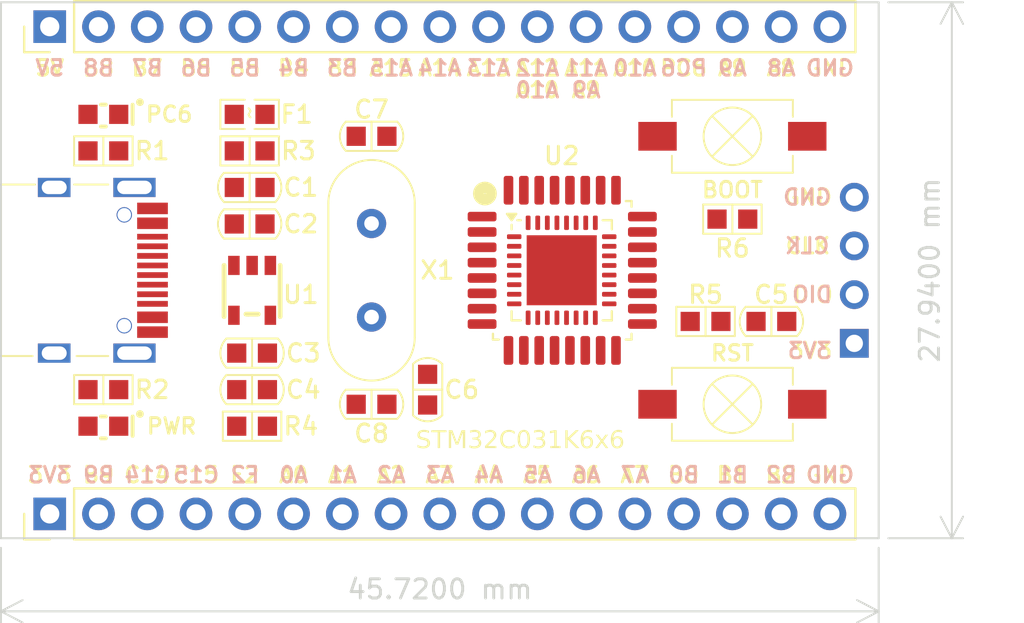
<source format=kicad_pcb>
(kicad_pcb (version 20240108) (generator "pcbnew") (generator_version "8.0")
  (layers (0 "F.Cu" signal) (31 "B.Cu" signal) (34 "B.Paste" user) (35 "F.Paste" user) (36 "B.SilkS" user "B.Silkscreen") (37 "F.SilkS" user "F.Silkscreen") (38 "B.Mask" user) (39 "F.Mask" user) (44 "Edge.Cuts" user))
  (net 0 "")
  (net 1 "GND")
  (net 2 "+3V3")
  (net 3 "/RST")
  (net 4 "/OSC_IN")
  (net 5 "/OSC_OUT")
  (net 6 "Net-(F1-Pad2)")
  (net 7 "Net-(LED1-Pad2)")
  (net 8 "/PC6")
  (net 9 "Net-(LED2-Pad2)")
  (net 10 "/SWDIO")
  (net 11 "/SWCLK")
  (net 12 "Net-(P2-NC-Pad10)")
  (net 13 "Net-(P2-NC-Pad3)")
  (net 18 "/PB1")
  (net 19 "/PA6")
  (net 20 "/PA1")
  (net 21 "/PB9")
  (net 22 "/PA0")
  (net 23 "/PA5")
  (net 24 "/PA7")
  (net 25 "/PB2")
  (net 26 "/PA4")
  (net 27 "/PB0")
  (net 28 "/PA2")
  (net 29 "/PB4")
  (net 30 "/PA11{slash}PA9")
  (net 31 "/PA10")
  (net 32 "/PA15")
  (net 33 "/PB3")
  (net 34 "/PA9")
  (net 35 "/PA12{slash}PA10")
  (net 36 "/PA8")
  (net 37 "/PB8")
  (net 38 "/PB7")
  (net 39 "/PB5")
  (net 40 "/PB6")
  (footprint "我的:R0603" (layer "F.Cu") (at 139.954 106.934 180)
    (property "Reference" "R3" (at -2.54 0 0) (layer "F.SilkS") (effects (font (size 0.9144 0.9144) (thickness 0.1524))))
    (property "Value" "5.1k" (hide yes))
    (fp_line (start 1.524 0.762) (end -1.524 0.762) (stroke (width 0.1)) (layer "F.SilkS"))
    (fp_line (start 1.524 -0.762) (end 1.524 0.762) (stroke (width 0.1)) (layer "F.SilkS"))
    (fp_line (start 0 -0.762) (end 0 0.762) (stroke (width 0.1)) (layer "F.SilkS"))
    (fp_line (start -1.524 0.762) (end -1.524 -0.762) (stroke (width 0.1)) (layer "F.SilkS"))
    (fp_line (start -1.524 -0.762) (end 1.524 -0.762) (stroke (width 0.1)) (layer "F.SilkS"))
    (pad "1" smd rect (at -0.8 0 180) (size 1 1) (layers "F.Cu" "F.Paste" "F.Mask") (net 1 "GND"))
    (pad "2" smd rect (at 0.8 0 180) (size 1 1) (layers "F.Cu" "F.Paste" "F.Mask") (net 13 "Net-(P2-NC-Pad3)"))
  )
  (footprint "我的:C0603" (layer "F.Cu") (at 167.132 115.824 180)
    (property "Reference" "C5" (at 0 1.397 0) (layer "F.SilkS") (effects (font (size 0.9144 0.9144) (thickness 0.1524))))
    (property "Value" "100nF" (hide yes))
    (fp_line (start 1.335369 0.762) (end -1.335369 0.762) (stroke (width 0.1)) (layer "F.SilkS"))
    (fp_line (start 0 -0.762) (end 0 0.762) (stroke (width 0.1)) (layer "F.SilkS"))
    (fp_line (start -1.335369 -0.762) (end 1.335369 -0.762) (stroke (width 0.1)) (layer "F.SilkS"))
    (fp_arc (start 1.335369 -0.762) (mid 1.651 0) (end 1.335369 0.762) (stroke (width 0.1)) (layer "F.SilkS"))
    (fp_arc (start -1.335369 0.762) (mid -1.651 0) (end -1.335369 -0.762) (stroke (width 0.1)) (layer "F.SilkS"))
    (pad "1" smd rect (at -0.8 0 180) (size 1 1) (layers "F.Cu" "F.Paste" "F.Mask") (net 1 "GND"))
    (pad "2" smd rect (at 0.8 0 180) (size 1 1) (layers "F.Cu" "F.Paste" "F.Mask") (net 3 "/RST"))
  )
  (footprint "我的:SW-PB" (layer "F.Cu") (at 165.1 120.142 180)
    (property "Reference" "S2" (hide yes))
    (property "Value" "~" (hide yes))
    (fp_line (start 3.15 1.9) (end 3.15 1.016) (stroke (width 0.1)) (layer "F.SilkS"))
    (fp_line (start 3.15 -1.9) (end 3.15 -1.016) (stroke (width 0.1)) (layer "F.SilkS"))
    (fp_line (start 1 -1) (end -1 1) (stroke (width 0.1)) (layer "F.SilkS"))
    (fp_line (start -1 -1) (end 1 1) (stroke (width 0.1)) (layer "F.SilkS"))
    (fp_line (start -3.15 1.9) (end 3.15 1.9) (stroke (width 0.1)) (layer "F.SilkS"))
    (fp_line (start -3.15 1.9) (end -3.15 1.016) (stroke (width 0.1)) (layer "F.SilkS"))
    (fp_line (start -3.15 -1.9) (end 3.15 -1.9) (stroke (width 0.1)) (layer "F.SilkS"))
    (fp_line (start -3.15 -1.9) (end -3.15 -1.016) (stroke (width 0.1)) (layer "F.SilkS"))
    (fp_circle (center 0 0) (end 1.5 0) (stroke (width 0.1)) (fill none) (layer "F.SilkS"))
    (pad "1" smd rect (at -3.9 0 180) (size 2 1.5) (layers "F.Cu" "F.Paste" "F.Mask") (net 1 "GND"))
    (pad "2" smd rect (at 3.9 0 180) (size 2 1.5) (layers "F.Cu" "F.Paste" "F.Mask") (net 3 "/RST"))
  )
  (footprint "我的:C0603" (layer "F.Cu") (at 146.304 106.172 180)
    (property "Reference" "C7" (at 0 1.397 0) (layer "F.SilkS") (effects (font (size 0.9144 0.9144) (thickness 0.1524))))
    (property "Value" "22pF" (hide yes))
    (fp_line (start 1.335369 0.762) (end -1.335369 0.762) (stroke (width 0.1)) (layer "F.SilkS"))
    (fp_line (start 0 -0.762) (end 0 0.762) (stroke (width 0.1)) (layer "F.SilkS"))
    (fp_line (start -1.335369 -0.762) (end 1.335369 -0.762) (stroke (width 0.1)) (layer "F.SilkS"))
    (fp_arc (start 1.335369 -0.762) (mid 1.651 0) (end 1.335369 0.762) (stroke (width 0.1)) (layer "F.SilkS"))
    (fp_arc (start -1.335369 0.762) (mid -1.651 0) (end -1.335369 -0.762) (stroke (width 0.1)) (layer "F.SilkS"))
    (pad "1" smd rect (at -0.8 0 180) (size 1 1) (layers "F.Cu" "F.Paste" "F.Mask") (net 4 "/OSC_IN"))
    (pad "2" smd rect (at 0.8 0 180) (size 1 1) (layers "F.Cu" "F.Paste" "F.Mask") (net 1 "GND"))
  )
  (footprint "我的:Header 1X17P" (layer "F.Cu") (at 147.32 125.857 90)
    (property "Reference" "P3" (hide yes))
    (property "Value" "Header1x17P" (hide yes))
    (fp_line (start -1.33 -19.11) (end 0 -19.11) (stroke (width 0.12)) (layer "F.SilkS"))
    (fp_line (start -1.33 -17.78) (end -1.33 -19.11) (stroke (width 0.12)) (layer "F.SilkS"))
    (fp_line (start 1.33 -16.51) (end 1.33 24.19) (stroke (width 0.12)) (layer "F.SilkS"))
    (fp_line (start -1.33 -16.51) (end 1.33 -16.51) (stroke (width 0.12)) (layer "F.SilkS"))
    (fp_line (start -1.33 -16.51) (end -1.33 24.19) (stroke (width 0.12)) (layer "F.SilkS"))
    (fp_line (start -1.33 24.19) (end 1.33 24.19) (stroke (width 0.12)) (layer "F.SilkS"))
    (pad "1" thru_hole rect (at 0 -17.78 90) (size 1.7 1.7) (drill 1) (layers "*.Cu" "*.Mask") (net 2 "+3V3"))
    (pad "2" thru_hole oval (at 0 -15.24 90) (size 1.7 1.7) (drill 1) (layers "*.Cu" "*.Mask") (net 21 "/PB9"))
    (pad "3" thru_hole oval (at 0 -12.7 90) (size 1.7 1.7) (drill 1) (layers "*.Cu" "*.Mask") (net 4 "/OSC_IN"))
    (pad "4" thru_hole oval (at 0 -10.16 90) (size 1.7 1.7) (drill 1) (layers "*.Cu" "*.Mask") (net 5 "/OSC_OUT"))
    (pad "5" thru_hole oval (at 0 -7.62 90) (size 1.7 1.7) (drill 1) (layers "*.Cu" "*.Mask") (net 3 "/RST"))
    (pad "6" thru_hole oval (at 0 -5.08 90) (size 1.7 1.7) (drill 1) (layers "*.Cu" "*.Mask") (net 22 "/PA0"))
    (pad "7" thru_hole oval (at 0 -2.54 90) (size 1.7 1.7) (drill 1) (layers "*.Cu" "*.Mask") (net 20 "/PA1"))
    (pad "8" thru_hole oval (at 0 0 90) (size 1.7 1.7) (drill 1) (layers "*.Cu" "*.Mask") (net 28 "/PA2"))
    (pad "9" thru_hole oval (at 0 2.54 90) (size 1.7 1.7) (drill 1) (layers "*.Cu" "*.Mask"))
    (pad "10" thru_hole oval (at 0 5.08 90) (size 1.7 1.7) (drill 1) (layers "*.Cu" "*.Mask") (net 26 "/PA4"))
    (pad "11" thru_hole oval (at 0 7.62 90) (size 1.7 1.7) (drill 1) (layers "*.Cu" "*.Mask") (net 23 "/PA5"))
    (pad "12" thru_hole oval (at 0 10.16 90) (size 1.7 1.7) (drill 1) (layers "*.Cu" "*.Mask") (net 19 "/PA6"))
    (pad "13" thru_hole oval (at 0 12.7 90) (size 1.7 1.7) (drill 1) (layers "*.Cu" "*.Mask") (net 24 "/PA7"))
    (pad "14" thru_hole oval (at 0 15.24 90) (size 1.7 1.7) (drill 1) (layers "*.Cu" "*.Mask") (net 27 "/PB0"))
    (pad "15" thru_hole oval (at 0 17.78 90) (size 1.7 1.7) (drill 1) (layers "*.Cu" "*.Mask") (net 18 "/PB1"))
    (pad "16" thru_hole oval (at 0 20.32 90) (size 1.7 1.7) (drill 1) (layers "*.Cu" "*.Mask") (net 25 "/PB2"))
    (pad "17" thru_hole oval (at 0 22.86 90) (size 1.7 1.7) (drill 1) (layers "*.Cu" "*.Mask") (net 1 "GND"))
  )
  (footprint "我的:SW-PB" (layer "F.Cu") (at 165.1 106.172)
    (property "Reference" "S1" (hide yes))
    (property "Value" "~" (hide yes))
    (fp_line (start -3.15 -1.9) (end -3.15 -1.016) (stroke (width 0.1)) (layer "F.SilkS"))
    (fp_line (start -3.15 -1.9) (end 3.15 -1.9) (stroke (width 0.1)) (layer "F.SilkS"))
    (fp_line (start -3.15 1.9) (end -3.15 1.016) (stroke (width 0.1)) (layer "F.SilkS"))
    (fp_line (start -3.15 1.9) (end 3.15 1.9) (stroke (width 0.1)) (layer "F.SilkS"))
    (fp_line (start -1 -1) (end 1 1) (stroke (width 0.1)) (layer "F.SilkS"))
    (fp_line (start 1 -1) (end -1 1) (stroke (width 0.1)) (layer "F.SilkS"))
    (fp_line (start 3.15 -1.9) (end 3.15 -1.016) (stroke (width 0.1)) (layer "F.SilkS"))
    (fp_line (start 3.15 1.9) (end 3.15 1.016) (stroke (width 0.1)) (layer "F.SilkS"))
    (fp_circle (center 0 0) (end 1.5 0) (stroke (width 0.1)) (fill none) (layer "F.SilkS"))
    (pad "1" smd rect (at -3.9 0) (size 2 1.5) (layers "F.Cu" "F.Paste" "F.Mask") (net 11 "/SWCLK"))
    (pad "2" smd rect (at 3.9 0) (size 2 1.5) (layers "F.Cu" "F.Paste" "F.Mask") (net 2 "+3V3"))
  )
  (footprint "我的:C0603" (layer "F.Cu") (at 140.081 117.475 180)
    (property "Reference" "C3" (at -2.667 0 0) (layer "F.SilkS") (effects (font (size 0.9144 0.9144) (thickness 0.1524))))
    (property "Value" "10uF" (hide yes))
    (fp_line (start 1.335369 0.762) (end -1.335369 0.762) (stroke (width 0.1)) (layer "F.SilkS"))
    (fp_line (start 0 -0.762) (end 0 0.762) (stroke (width 0.1)) (layer "F.SilkS"))
    (fp_line (start -1.335369 -0.762) (end 1.335369 -0.762) (stroke (width 0.1)) (layer "F.SilkS"))
    (fp_arc (start 1.335369 -0.762) (mid 1.651 0) (end 1.335369 0.762) (stroke (width 0.1)) (layer "F.SilkS"))
    (fp_arc (start -1.335369 0.762) (mid -1.651 0) (end -1.335369 -0.762) (stroke (width 0.1)) (layer "F.SilkS"))
    (pad "1" smd rect (at -0.8 0 180) (size 1 1) (layers "F.Cu" "F.Paste" "F.Mask") (net 1 "GND"))
    (pad "2" smd rect (at 0.8 0 180) (size 1 1) (layers "F.Cu" "F.Paste" "F.Mask") (net 2 "+3V3"))
  )
  (footprint "我的:R0603" (layer "F.Cu") (at 132.334 119.38)
    (property "Reference" "R2" (at 2.54 0 0) (layer "F.SilkS") (effects (font (size 0.9144 0.9144) (thickness 0.1524))))
    (property "Value" "4.7k" (hide yes))
    (fp_line (start -1.524 -0.762) (end 1.524 -0.762) (stroke (width 0.1)) (layer "F.SilkS"))
    (fp_line (start -1.524 0.762) (end -1.524 -0.762) (stroke (width 0.1)) (layer "F.SilkS"))
    (fp_line (start 0 -0.762) (end 0 0.762) (stroke (width 0.1)) (layer "F.SilkS"))
    (fp_line (start 1.524 -0.762) (end 1.524 0.762) (stroke (width 0.1)) (layer "F.SilkS"))
    (fp_line (start 1.524 0.762) (end -1.524 0.762) (stroke (width 0.1)) (layer "F.SilkS"))
    (pad "1" smd rect (at -0.8 0) (size 1 1) (layers "F.Cu" "F.Paste" "F.Mask") (net 9 "Net-(LED2-Pad2)"))
    (pad "2" smd rect (at 0.8 0) (size 1 1) (layers "F.Cu" "F.Paste" "F.Mask") (net 2 "+3V3"))
  )
  (footprint "我的:SOT-23-5" (layer "F.Cu") (at 140.081 114.427 180)
    (property "Reference" "U1" (at -2.54 0 0) (layer "F.SilkS") (effects (font (size 0.9144 0.9144) (thickness 0.1524))))
    (property "Value" "ME6211C33M5G" (hide yes))
    (fp_line (start 1.4605 -1.143) (end 1.4605 1.524) (stroke (width 0.25)) (layer "F.SilkS"))
    (fp_line (start 0.1905 -1.016) (end 0.3175 -1.016) (stroke (width 0.25)) (layer "F.SilkS"))
    (fp_line (start -0.3175 -1.016) (end 0.1905 -1.016) (stroke (width 0.25)) (layer "F.SilkS"))
    (fp_line (start -1.4605 1.524) (end -1.4605 -1.143) (stroke (width 0.25)) (layer "F.SilkS"))
    (pad "1" smd rect (at -0.9525 1.524 270) (size 1 0.6) (layers "F.Cu" "F.Paste" "F.Mask"))
    (pad "2" smd rect (at -0.0025 1.524 270) (size 1 0.6) (layers "F.Cu" "F.Paste" "F.Mask") (net 1 "GND"))
    (pad "3" smd rect (at 0.9475 1.524 270) (size 1 0.6) (layers "F.Cu" "F.Paste" "F.Mask"))
    (pad "4" smd rect (at 0.9475 -1.076 270) (size 1 0.6) (layers "F.Cu" "F.Paste" "F.Mask"))
    (pad "5" smd rect (at -0.9525 -1.076 270) (size 1 0.6) (layers "F.Cu" "F.Paste" "F.Mask") (net 2 "+3V3"))
  )
  (footprint "我的:R0603" (layer "F.Cu") (at 163.703 115.824 180)
    (property "Reference" "R5" (at 0 1.397 0) (layer "F.SilkS") (effects (font (size 0.9144 0.9144) (thickness 0.1524))))
    (property "Value" "10k" (hide yes))
    (fp_line (start 1.524 0.762) (end -1.524 0.762) (stroke (width 0.1)) (layer "F.SilkS"))
    (fp_line (start 1.524 -0.762) (end 1.524 0.762) (stroke (width 0.1)) (layer "F.SilkS"))
    (fp_line (start 0 -0.762) (end 0 0.762) (stroke (width 0.1)) (layer "F.SilkS"))
    (fp_line (start -1.524 0.762) (end -1.524 -0.762) (stroke (width 0.1)) (layer "F.SilkS"))
    (fp_line (start -1.524 -0.762) (end 1.524 -0.762) (stroke (width 0.1)) (layer "F.SilkS"))
    (pad "1" smd rect (at -0.8 0 180) (size 1 1) (layers "F.Cu" "F.Paste" "F.Mask") (net 3 "/RST"))
    (pad "2" smd rect (at 0.8 0 180) (size 1 1) (layers "F.Cu" "F.Paste" "F.Mask") (net 2 "+3V3"))
  )
  (footprint "我的:Header 1X17P" (layer "F.Cu") (at 147.32 100.457 90)
    (property "Reference" "P4" (hide yes))
    (property "Value" "Header1x17P" (hide yes))
    (fp_line (start -1.33 -19.11) (end 0 -19.11) (stroke (width 0.12)) (layer "F.SilkS"))
    (fp_line (start -1.33 -17.78) (end -1.33 -19.11) (stroke (width 0.12)) (layer "F.SilkS"))
    (fp_line (start 1.33 -16.51) (end 1.33 24.19) (stroke (width 0.12)) (layer "F.SilkS"))
    (fp_line (start -1.33 -16.51) (end 1.33 -16.51) (stroke (width 0.12)) (layer "F.SilkS"))
    (fp_line (start -1.33 -16.51) (end -1.33 24.19) (stroke (width 0.12)) (layer "F.SilkS"))
    (fp_line (start -1.33 24.19) (end 1.33 24.19) (stroke (width 0.12)) (layer "F.SilkS"))
    (pad "1" thru_hole rect (at 0 -17.78 90) (size 1.7 1.7) (drill 1) (layers "*.Cu" "*.Mask"))
    (pad "2" thru_hole oval (at 0 -15.24 90) (size 1.7 1.7) (drill 1) (layers "*.Cu" "*.Mask") (net 37 "/PB8"))
    (pad "3" thru_hole oval (at 0 -12.7 90) (size 1.7 1.7) (drill 1) (layers "*.Cu" "*.Mask") (net 38 "/PB7"))
    (pad "4" thru_hole oval (at 0 -10.16 90) (size 1.7 1.7) (drill 1) (layers "*.Cu" "*.Mask") (net 40 "/PB6"))
    (pad "5" thru_hole oval (at 0 -7.62 90) (size 1.7 1.7) (drill 1) (layers "*.Cu" "*.Mask") (net 39 "/PB5"))
    (pad "6" thru_hole oval (at 0 -5.08 90) (size 1.7 1.7) (drill 1) (layers "*.Cu" "*.Mask") (net 29 "/PB4"))
    (pad "7" thru_hole oval (at 0 -2.54 90) (size 1.7 1.7) (drill 1) (layers "*.Cu" "*.Mask") (net 33 "/PB3"))
    (pad "8" thru_hole oval (at 0 0 90) (size 1.7 1.7) (drill 1) (layers "*.Cu" "*.Mask") (net 32 "/PA15"))
    (pad "9" thru_hole oval (at 0 2.54 90) (size 1.7 1.7) (drill 1) (layers "*.Cu" "*.Mask") (net 11 "/SWCLK"))
    (pad "10" thru_hole oval (at 0 5.08 90) (size 1.7 1.7) (drill 1) (layers "*.Cu" "*.Mask") (net 10 "/SWDIO"))
    (pad "11" thru_hole oval (at 0 7.62 90) (size 1.7 1.7) (drill 1) (layers "*.Cu" "*.Mask") (net 35 "/PA12{slash}PA10"))
    (pad "12" thru_hole oval (at 0 10.16 90) (size 1.7 1.7) (drill 1) (layers "*.Cu" "*.Mask") (net 30 "/PA11{slash}PA9"))
    (pad "13" thru_hole oval (at 0 12.7 90) (size 1.7 1.7) (drill 1) (layers "*.Cu" "*.Mask") (net 31 "/PA10"))
    (pad "14" thru_hole oval (at 0 15.24 90) (size 1.7 1.7) (drill 1) (layers "*.Cu" "*.Mask") (net 8 "/PC6"))
    (pad "15" thru_hole oval (at 0 17.78 90) (size 1.7 1.7) (drill 1) (layers "*.Cu" "*.Mask") (net 34 "/PA9"))
    (pad "16" thru_hole oval (at 0 20.32 90) (size 1.7 1.7) (drill 1) (layers "*.Cu" "*.Mask") (net 36 "/PA8"))
    (pad "17" thru_hole oval (at 0 22.86 90) (size 1.7 1.7) (drill 1) (layers "*.Cu" "*.Mask") (net 1 "GND"))
  )
  (footprint "我的:C0603" (layer "F.Cu") (at 149.225 119.38 90)
    (property "Reference" "C6" (at 0 1.778 0) (layer "F.SilkS") (effects (font (size 0.9144 0.9144) (thickness 0.1524) (bold yes))))
    (property "Value" "100nF" (hide yes))
    (fp_line (start 0 -0.762) (end 0 0.762) (stroke (width 0.1)) (layer "F.SilkS"))
    (fp_line (start -1.335369 -0.762) (end 1.335369 -0.762) (stroke (width 0.1)) (layer "F.SilkS"))
    (fp_line (start 1.335369 0.762) (end -1.335369 0.762) (stroke (width 0.1)) (layer "F.SilkS"))
    (fp_arc (start 1.335369 -0.762) (mid 1.651 0) (end 1.335369 0.762) (stroke (width 0.1)) (layer "F.SilkS"))
    (fp_arc (start -1.335369 0.762) (mid -1.651 0) (end -1.335369 -0.762) (stroke (width 0.1)) (layer "F.SilkS"))
    (pad "1" smd rect (at -0.8 0 90) (size 1 1) (layers "F.Cu" "F.Paste" "F.Mask") (net 1 "GND"))
    (pad "2" smd rect (at 0.8 0 90) (size 1 1) (layers "F.Cu" "F.Paste" "F.Mask") (net 2 "+3V3"))
  )
  (footprint "我的:LQFP32-0.8mm" (layer "F.Cu") (at 156.21 113.157)
    (property "Reference" "U2" (at 0 -5.969 0) (layer "F.SilkS") (effects (font (size 0.9144 0.9144) (thickness 0.1524) (bold yes))))
    (property "Value" "STM32C031K6x6" (hide yes))
    (fp_line (start -3.583 3.612) (end -3.583 3.312) (stroke (width 0.12)) (layer "F.SilkS"))
    (fp_line (start -3.283 3.612) (end -3.583 3.612) (stroke (width 0.12)) (layer "F.SilkS"))
    (fp_line (start -2.61 -2.135) (end -2.61 -2.37) (stroke (width 0.12)) (layer "F.SilkS"))
    (fp_line (start -2.61 2.61) (end -2.61 2.135) (stroke (width 0.12)) (layer "F.SilkS"))
    (fp_line (start -2.135 -2.61) (end -2.31 -2.61) (stroke (width 0.12)) (layer "F.SilkS"))
    (fp_line (start -2.135 2.61) (end -2.61 2.61) (stroke (width 0.12)) (layer "F.SilkS"))
    (fp_line (start 2.135 -2.61) (end 2.61 -2.61) (stroke (width 0.12)) (layer "F.SilkS"))
    (fp_line (start 2.135 2.61) (end 2.61 2.61) (stroke (width 0.12)) (layer "F.SilkS"))
    (fp_line (start 2.61 -2.61) (end 2.61 -2.135) (stroke (width 0.12)) (layer "F.SilkS"))
    (fp_line (start 2.61 2.61) (end 2.61 2.135) (stroke (width 0.12)) (layer "F.SilkS"))
    (fp_line (start 3.337 -3.608) (end 3.637 -3.608) (stroke (width 0.12)) (layer "F.SilkS"))
    (fp_line (start 3.337 3.612) (end 3.637 3.612) (stroke (width 0.12)) (layer "F.SilkS"))
    (fp_line (start 3.637 -3.608) (end 3.637 -3.308) (stroke (width 0.12)) (layer "F.SilkS"))
    (fp_line (start 3.637 3.612) (end 3.637 3.312) (stroke (width 0.12)) (layer "F.SilkS"))
    (fp_circle (center -4 -4) (end -3.98 -4) (stroke (width 0.6)) (fill none) (layer "F.SilkS"))
    (fp_poly (pts (xy -2.61 -2.61) (xy -2.85 -2.94) (xy -2.37 -2.94) (xy -2.61 -2.61)) (stroke (width 0.12)) (fill solid) (layer "F.SilkS"))
    (pad "1" smd roundrect (at -4.148 -2.798) (size 1.5 0.5) (layers "F.Cu" "F.Paste" "F.Mask") (net 21 "/PB9"))
    (pad "1" smd roundrect (at -2.475 -1.75) (size 0.75 0.25) (layers "F.Cu" "F.Paste" "F.Mask") (net 21 "/PB9"))
    (pad "2" smd roundrect (at -4.148 -1.998) (size 1.5 0.5) (layers "F.Cu" "F.Paste" "F.Mask") (net 4 "/OSC_IN"))
    (pad "2" smd roundrect (at -2.475 -1.25) (size 0.75 0.25) (layers "F.Cu" "F.Paste" "F.Mask") (net 4 "/OSC_IN"))
    (pad "3" smd roundrect (at -4.148 -1.198) (size 1.5 0.5) (layers "F.Cu" "F.Paste" "F.Mask") (net 5 "/OSC_OUT"))
    (pad "3" smd roundrect (at -2.475 -0.75) (size 0.75 0.25) (layers "F.Cu" "F.Paste" "F.Mask") (net 5 "/OSC_OUT"))
    (pad "4" smd roundrect (at -4.148 -0.398) (size 1.5 0.5) (layers "F.Cu" "F.Paste" "F.Mask") (net 2 "+3V3"))
    (pad "4" smd roundrect (at -2.475 -0.25) (size 0.75 0.25) (layers "F.Cu" "F.Paste" "F.Mask") (net 2 "+3V3"))
    (pad "5" smd roundrect (at -4.148 0.402) (size 1.5 0.5) (layers "F.Cu" "F.Paste" "F.Mask") (net 1 "GND"))
    (pad "5" smd roundrect (at -2.475 0.25) (size 0.75 0.25) (layers "F.Cu" "F.Paste" "F.Mask") (net 1 "GND"))
    (pad "6" smd roundrect (at -4.148 1.202) (size 1.5 0.5) (layers "F.Cu" "F.Paste" "F.Mask") (net 3 "/RST"))
    (pad "6" smd roundrect (at -2.475 0.75) (size 0.75 0.25) (layers "F.Cu" "F.Paste" "F.Mask") (net 3 "/RST"))
    (pad "7" smd roundrect (at -4.148 2.002) (size 1.5 0.5) (layers "F.Cu" "F.Paste" "F.Mask") (net 22 "/PA0"))
    (pad "7" smd roundrect (at -2.475 1.25) (size 0.75 0.25) (layers "F.Cu" "F.Paste" "F.Mask") (net 22 "/PA0"))
    (pad "8" smd roundrect (at -4.148 2.802) (size 1.5 0.5) (layers "F.Cu" "F.Paste" "F.Mask") (net 20 "/PA1"))
    (pad "8" smd roundrect (at -2.475 1.75) (size 0.75 0.25) (layers "F.Cu" "F.Paste" "F.Mask") (net 20 "/PA1"))
    (pad "9" smd roundrect (at -2.773 4.177) (size 0.5 1.5) (layers "F.Cu" "F.Paste" "F.Mask") (net 28 "/PA2"))
    (pad "9" smd roundrect (at -1.75 2.475) (size 0.25 0.75) (layers "F.Cu" "F.Paste" "F.Mask") (net 28 "/PA2"))
    (pad "10" smd roundrect (at -1.973 4.177) (size 0.5 1.5) (layers "F.Cu" "F.Paste" "F.Mask"))
    (pad "10" smd roundrect (at -1.25 2.475) (size 0.25 0.75) (layers "F.Cu" "F.Paste" "F.Mask"))
    (pad "11" smd roundrect (at -1.173 4.177) (size 0.5 1.5) (layers "F.Cu" "F.Paste" "F.Mask") (net 26 "/PA4"))
    (pad "11" smd roundrect (at -0.75 2.475) (size 0.25 0.75) (layers "F.Cu" "F.Paste" "F.Mask") (net 26 "/PA4"))
    (pad "12" smd roundrect (at -0.373 4.177) (size 0.5 1.5) (layers "F.Cu" "F.Paste" "F.Mask") (net 23 "/PA5"))
    (pad "12" smd roundrect (at -0.25 2.475) (size 0.25 0.75) (layers "F.Cu" "F.Paste" "F.Mask") (net 23 "/PA5"))
    (pad "13" smd roundrect (at 0.25 2.475) (size 0.25 0.75) (layers "F.Cu" "F.Paste" "F.Mask") (net 19 "/PA6"))
    (pad "13" smd roundrect (at 0.427 4.177) (size 0.5 1.5) (layers "F.Cu" "F.Paste" "F.Mask") (net 19 "/PA6"))
    (pad "14" smd roundrect (at 0.75 2.475) (size 0.25 0.75) (layers "F.Cu" "F.Paste" "F.Mask") (net 24 "/PA7"))
    (pad "14" smd roundrect (at 1.227 4.177) (size 0.5 1.5) (layers "F.Cu" "F.Paste" "F.Mask") (net 24 "/PA7"))
    (pad "15" smd roundrect (at 1.25 2.475) (size 0.25 0.75) (layers "F.Cu" "F.Paste" "F.Mask") (net 27 "/PB0"))
    (pad "15" smd roundrect (at 2.027 4.177) (size 0.5 1.5) (layers "F.Cu" "F.Paste" "F.Mask") (net 27 "/PB0"))
    (pad "16" smd roundrect (at 1.75 2.475) (size 0.25 0.75) (layers "F.Cu" "F.Paste" "F.Mask") (net 18 "/PB1"))
    (pad "16" smd roundrect (at 2.827 4.177) (size 0.5 1.5) (layers "F.Cu" "F.Paste" "F.Mask") (net 18 "/PB1"))
    (pad "17" smd roundrect (at 2.475 1.75) (size 0.75 0.25) (layers "F.Cu" "F.Paste" "F.Mask") (net 25 "/PB2"))
    (pad "17" smd roundrect (at 4.202 2.802) (size 1.5 0.5) (layers "F.Cu" "F.Paste" "F.Mask") (net 25 "/PB2"))
    (pad "18" smd roundrect (at 2.475 1.25) (size 0.75 0.25) (layers "F.Cu" "F.Paste" "F.Mask") (net 36 "/PA8"))
    (pad "18" smd roundrect (at 4.202 2.002) (size 1.5 0.5) (layers "F.Cu" "F.Paste" "F.Mask") (net 36 "/PA8"))
    (pad "19" smd roundrect (at 2.475 0.75) (size 0.75 0.25) (layers "F.Cu" "F.Paste" "F.Mask") (net 34 "/PA9"))
    (pad "19" smd roundrect (at 4.202 1.202) (size 1.5 0.5) (layers "F.Cu" "F.Paste" "F.Mask") (net 34 "/PA9"))
    (pad "20" smd roundrect (at 2.475 0.25) (size 0.75 0.25) (layers "F.Cu" "F.Paste" "F.Mask") (net 8 "/PC6"))
    (pad "20" smd roundrect (at 4.202 0.402) (size 1.5 0.5) (layers "F.Cu" "F.Paste" "F.Mask") (net 8 "/PC6"))
    (pad "21" smd roundrect (at 2.475 -0.25) (size 0.75 0.25) (layers "F.Cu" "F.Paste" "F.Mask") (net 31 "/PA10"))
    (pad "21" smd roundrect (at 4.202 -0.398) (size 1.5 0.5) (layers "F.Cu" "F.Paste" "F.Mask") (net 31 "/PA10"))
    (pad "22" smd roundrect (at 2.475 -0.75) (size 0.75 0.25) (layers "F.Cu" "F.Paste" "F.Mask") (net 30 "/PA11{slash}PA9"))
    (pad "22" smd roundrect (at 4.202 -1.198) (size 1.5 0.5) (layers "F.Cu" "F.Paste" "F.Mask") (net 30 "/PA11{slash}PA9"))
    (pad "23" smd roundrect (at 2.475 -1.25) (size 0.75 0.25) (layers "F.Cu" "F.Paste" "F.Mask") (net 35 "/PA12{slash}PA10"))
    (pad "23" smd roundrect (at 4.202 -1.998) (size 1.5 0.5) (layers "F.Cu" "F.Paste" "F.Mask") (net 35 "/PA12{slash}PA10"))
    (pad "24" smd roundrect (at 2.475 -1.75) (size 0.75 0.25) (layers "F.Cu" "F.Paste" "F.Mask") (net 10 "/SWDIO"))
    (pad "24" smd roundrect (at 4.202 -2.798) (size 1.5 0.5) (layers "F.Cu" "F.Paste" "F.Mask") (net 10 "/SWDIO"))
    (pad "25" smd roundrect (at 1.75 -2.475) (size 0.25 0.75) (layers "F.Cu" "F.Paste" "F.Mask") (net 11 "/SWCLK"))
    (pad "25" smd roundrect (at 2.827 -4.173) (size 0.5 1.5) (layers "F.Cu" "F.Paste" "F.Mask") (net 11 "/SWCLK"))
    (pad "26" smd roundrect (at 1.25 -2.475) (size 0.25 0.75) (layers "F.Cu" "F.Paste" "F.Mask") (net 32 "/PA15"))
    (pad "26" smd roundrect (at 2.027 -4.173) (size 0.5 1.5) (layers "F.Cu" "F.Paste" "F.Mask") (net 32 "/PA15"))
    (pad "27" smd roundrect (at 0.75 -2.475) (size 0.25 0.75) (layers "F.Cu" "F.Paste" "F.Mask") (net 33 "/PB3"))
    (pad "27" smd roundrect (at 1.227 -4.173) (size 0.5 1.5) (layers "F.Cu" "F.Paste" "F.Mask") (net 33 "/PB3"))
    (pad "28" smd roundrect (at 0.25 -2.475) (size 0.25 0.75) (layers "F.Cu" "F.Paste" "F.Mask") (net 29 "/PB4"))
    (pad "28" smd roundrect (at 0.427 -4.173) (size 0.5 1.5) (layers "F.Cu" "F.Paste" "F.Mask") (net 29 "/PB4"))
    (pad "29" smd roundrect (at -0.373 -4.173) (size 0.5 1.5) (layers "F.Cu" "F.Paste" "F.Mask") (net 39 "/PB5"))
    (pad "29" smd roundrect (at -0.25 -2.475) (size 0.25 0.75) (layers "F.Cu" "F.Paste" "F.Mask") (net 39 "/PB5"))
    (pad "30" smd roundrect (at -1.173 -4.173) (size 0.5 1.5) (layers "F.Cu" "F.Paste" "F.Mask") (net 40 "/PB6"))
    (pad "30" smd roundrect (at -0.75 -2.475) (size 0.25 0.75) (layers "F.Cu" "F.Paste" "F.Mask") (net 40 "/PB6"))
    (pad "31" smd roundrect (at -1.973 -4.173) (size 0.5 1.5) (layers "F.Cu" "F.Paste" "F.Mask") (net 38 "/PB7"))
    (pad "31" smd roundrect (at -1.25 -2.475) (size 0.25 0.75) (layers "F.Cu" "F.Paste" "F.Mask") (net 38 "/PB7"))
    (pad "32" smd roundrect (at -2.773 -4.173) (size 0.5 1.5) (layers "F.Cu" "F.Paste" "F.Mask") (net 37 "/PB8"))
    (pad "32" smd roundrect (at -1.75 -2.475) (size 0.25 0.75) (layers "F.Cu" "F.Paste" "F.Mask") (net 37 "/PB8"))
    (pad "33" smd rect (at 0 0) (size 3.65 3.65) (property pad_prop_heatsink) (layers "F.Cu" "F.Mask") (net 1 "GND"))
  )
  (footprint "我的:C0603" (layer "F.Cu") (at 139.954 108.839 180)
    (property "Reference" "C1" (at -2.667 0 0) (layer "F.SilkS") (effects (font (size 0.9144 0.9144) (thickness 0.1524))))
    (property "Value" "10uF" (hide yes))
    (fp_line (start 1.335369 0.762) (end -1.335369 0.762) (stroke (width 0.1)) (layer "F.SilkS"))
    (fp_line (start 0 -0.762) (end 0 0.762) (stroke (width 0.1)) (layer "F.SilkS"))
    (fp_line (start -1.335369 -0.762) (end 1.335369 -0.762) (stroke (width 0.1)) (layer "F.SilkS"))
    (fp_arc (start 1.335369 -0.762) (mid 1.651 0) (end 1.335369 0.762) (stroke (width 0.1)) (layer "F.SilkS"))
    (fp_arc (start -1.335369 0.762) (mid -1.651 0) (end -1.335369 -0.762) (stroke (width 0.1)) (layer "F.SilkS"))
    (pad "1" smd rect (at -0.8 0 180) (size 1 1) (layers "F.Cu" "F.Paste" "F.Mask") (net 1 "GND"))
    (pad "2" smd rect (at 0.8 0 180) (size 1 1) (layers "F.Cu" "F.Paste" "F.Mask"))
  )
  (footprint "我的:LED0603" (layer "F.Cu") (at 132.334 105.029)
    (property "Reference" "LED1" (hide yes))
    (property "Value" "~" (hide yes))
    (fp_line (start -0.127 -0.508) (end 0.127 -0.508) (stroke (width 0.2)) (layer "F.SilkS"))
    (fp_line (start -0.127 0.635) (end 0.127 0.635) (stroke (width 0.2)) (layer "F.SilkS"))
    (fp_line (start 1.524 -0.508) (end 1.524 0.508) (stroke (width 0.2)) (layer "F.SilkS"))
    (fp_circle (center 1.905 -0.635) (end 2.005 -0.635) (stroke (width 0.2)) (fill none) (layer "F.SilkS"))
    (pad "1" smd rect (at 0.8 0) (size 1 1) (layers "F.Cu" "F.Paste" "F.Mask") (net 8 "/PC6"))
    (pad "2" smd rect (at -0.8 0) (size 1 1) (layers "F.Cu" "F.Paste" "F.Mask") (net 7 "Net-(LED1-Pad2)"))
  )
  (footprint "我的:R0603" (layer "F.Cu") (at 165.1 110.49)
    (property "Reference" "R6" (at 0 1.524 0) (layer "F.SilkS") (effects (font (size 0.9144 0.9144) (thickness 0.1524))))
    (property "Value" "10k" (hide yes))
    (fp_line (start -1.524 -0.762) (end 1.524 -0.762) (stroke (width 0.1)) (layer "F.SilkS"))
    (fp_line (start -1.524 0.762) (end -1.524 -0.762) (stroke (width 0.1)) (layer "F.SilkS"))
    (fp_line (start 0 -0.762) (end 0 0.762) (stroke (width 0.1)) (layer "F.SilkS"))
    (fp_line (start 1.524 -0.762) (end 1.524 0.762) (stroke (width 0.1)) (layer "F.SilkS"))
    (fp_line (start 1.524 0.762) (end -1.524 0.762) (stroke (width 0.1)) (layer "F.SilkS"))
    (pad "1" smd rect (at -0.8 0) (size 1 1) (layers "F.Cu" "F.Paste" "F.Mask") (net 11 "/SWCLK"))
    (pad "2" smd rect (at 0.8 0) (size 1 1) (layers "F.Cu" "F.Paste" "F.Mask") (net 1 "GND"))
  )
  (footprint "我的:C0603" (layer "F.Cu") (at 140.081 119.38 180)
    (property "Reference" "C4" (at -2.667 0 0) (layer "F.SilkS") (effects (font (size 0.9144 0.9144) (thickness 0.1524))))
    (property "Value" "100nF" (hide yes))
    (fp_line (start 1.335369 0.762) (end -1.335369 0.762) (stroke (width 0.1)) (layer "F.SilkS"))
    (fp_line (start 0 -0.762) (end 0 0.762) (stroke (width 0.1)) (layer "F.SilkS"))
    (fp_line (start -1.335369 -0.762) (end 1.335369 -0.762) (stroke (width 0.1)) (layer "F.SilkS"))
    (fp_arc (start 1.335369 -0.762) (mid 1.651 0) (end 1.335369 0.762) (stroke (width 0.1)) (layer "F.SilkS"))
    (fp_arc (start -1.335369 0.762) (mid -1.651 0) (end -1.335369 -0.762) (stroke (width 0.1)) (layer "F.SilkS"))
    (pad "1" smd rect (at -0.8 0 180) (size 1 1) (layers "F.Cu" "F.Paste" "F.Mask") (net 1 "GND"))
    (pad "2" smd rect (at 0.8 0 180) (size 1 1) (layers "F.Cu" "F.Paste" "F.Mask") (net 2 "+3V3"))
  )
  (footprint "我的:R0603" (layer "F.Cu") (at 140.081 121.285 180)
    (property "Reference" "R4" (at -2.54 0 0) (layer "F.SilkS") (effects (font (size 0.9144 0.9144) (thickness 0.1524))))
    (property "Value" "5.1k" (hide yes))
    (fp_line (start 1.524 0.762) (end -1.524 0.762) (stroke (width 0.1)) (layer "F.SilkS"))
    (fp_line (start 1.524 -0.762) (end 1.524 0.762) (stroke (width 0.1)) (layer "F.SilkS"))
    (fp_line (start 0 -0.762) (end 0 0.762) (stroke (width 0.1)) (layer "F.SilkS"))
    (fp_line (start -1.524 0.762) (end -1.524 -0.762) (stroke (width 0.1)) (layer "F.SilkS"))
    (fp_line (start -1.524 -0.762) (end 1.524 -0.762) (stroke (width 0.1)) (layer "F.SilkS"))
    (pad "1" smd rect (at -0.8 0 180) (size 1 1) (layers "F.Cu" "F.Paste" "F.Mask") (net 1 "GND"))
    (pad "2" smd rect (at 0.8 0 180) (size 1 1) (layers "F.Cu" "F.Paste" "F.Mask") (net 12 "Net-(P2-NC-Pad10)"))
  )
  (footprint "我的:R0603" (layer "F.Cu") (at 132.334 106.934)
    (property "Reference" "R1" (at 2.54 0 0) (layer "F.SilkS") (effects (font (size 0.9144 0.9144) (thickness 0.1524))))
    (property "Value" "4.7k" (hide yes))
    (fp_line (start -1.524 -0.762) (end 1.524 -0.762) (stroke (width 0.1)) (layer "F.SilkS"))
    (fp_line (start -1.524 0.762) (end -1.524 -0.762) (stroke (width 0.1)) (layer "F.SilkS"))
    (fp_line (start 0 -0.762) (end 0 0.762) (stroke (width 0.1)) (layer "F.SilkS"))
    (fp_line (start 1.524 -0.762) (end 1.524 0.762) (stroke (width 0.1)) (layer "F.SilkS"))
    (fp_line (start 1.524 0.762) (end -1.524 0.762) (stroke (width 0.1)) (layer "F.SilkS"))
    (pad "1" smd rect (at -0.8 0) (size 1 1) (layers "F.Cu" "F.Paste" "F.Mask") (net 7 "Net-(LED1-Pad2)"))
    (pad "2" smd rect (at 0.8 0) (size 1 1) (layers "F.Cu" "F.Paste" "F.Mask") (net 2 "+3V3"))
  )
  (footprint "我的:C0603" (layer "F.Cu") (at 146.304 120.142 180)
    (property "Reference" "C8" (at 0 -1.524 0) (layer "F.SilkS") (effects (font (size 0.9144 0.9144) (thickness 0.1524))))
    (property "Value" "22pF" (hide yes))
    (fp_line (start 1.335369 0.762) (end -1.335369 0.762) (stroke (width 0.1)) (layer "F.SilkS"))
    (fp_line (start 0 -0.762) (end 0 0.762) (stroke (width 0.1)) (layer "F.SilkS"))
    (fp_line (start -1.335369 -0.762) (end 1.335369 -0.762) (stroke (width 0.1)) (layer "F.SilkS"))
    (fp_arc (start 1.335369 -0.762) (mid 1.651 0) (end 1.335369 0.762) (stroke (width 0.1)) (layer "F.SilkS"))
    (fp_arc (start -1.335369 0.762) (mid -1.651 0) (end -1.335369 -0.762) (stroke (width 0.1)) (layer "F.SilkS"))
    (pad "1" smd rect (at -0.8 0 180) (size 1 1) (layers "F.Cu" "F.Paste" "F.Mask") (net 5 "/OSC_OUT"))
    (pad "2" smd rect (at 0.8 0 180) (size 1 1) (layers "F.Cu" "F.Paste" "F.Mask") (net 1 "GND"))
  )
  (footprint "我的:LED0603" (layer "F.Cu") (at 132.334 121.285)
    (property "Reference" "LED2" (hide yes))
    (property "Value" "~" (hide yes))
    (fp_line (start -0.127 -0.508) (end 0.127 -0.508) (stroke (width 0.2)) (layer "F.SilkS"))
    (fp_line (start -0.127 0.635) (end 0.127 0.635) (stroke (width 0.2)) (layer "F.SilkS"))
    (fp_line (start 1.524 -0.508) (end 1.524 0.508) (stroke (width 0.2)) (layer "F.SilkS"))
    (fp_circle (center 1.905 -0.635) (end 2.005 -0.635) (stroke (width 0.2)) (fill none) (layer "F.SilkS"))
    (pad "1" smd rect (at 0.8 0) (size 1 1) (layers "F.Cu" "F.Paste" "F.Mask") (net 1 "GND"))
    (pad "2" smd rect (at -0.8 0) (size 1 1) (layers "F.Cu" "F.Paste" "F.Mask") (net 9 "Net-(LED2-Pad2)"))
  )
  (footprint "我的:C0603" (layer "F.Cu") (at 139.954 110.744 180)
    (property "Reference" "C2" (at -2.667 0 0) (layer "F.SilkS") (effects (font (size 0.9144 0.9144) (thickness 0.1524))))
    (property "Value" "100nF" (hide yes))
    (fp_line (start 1.335369 0.762) (end -1.335369 0.762) (stroke (width 0.1)) (layer "F.SilkS"))
    (fp_line (start 0 -0.762) (end 0 0.762) (stroke (width 0.1)) (layer "F.SilkS"))
    (fp_line (start -1.335369 -0.762) (end 1.335369 -0.762) (stroke (width 0.1)) (layer "F.SilkS"))
    (fp_arc (start 1.335369 -0.762) (mid 1.651 0) (end 1.335369 0.762) (stroke (width 0.1)) (layer "F.SilkS"))
    (fp_arc (start -1.335369 0.762) (mid -1.651 0) (end -1.335369 -0.762) (stroke (width 0.1)) (layer "F.SilkS"))
    (pad "1" smd rect (at -0.8 0 180) (size 1 1) (layers "F.Cu" "F.Paste" "F.Mask") (net 1 "GND"))
    (pad "2" smd rect (at 0.8 0 180) (size 1 1) (layers "F.Cu" "F.Paste" "F.Mask"))
  )
  (footprint "我的:Crystal-HC49S" (layer "F.Cu") (at 146.304 113.157 90)
    (property "Reference" "X1" (at 0 3.429 0) (layer "F.SilkS") (effects (font (size 0.9144 0.9144) (thickness 0.1524))))
    (property "Value" "8MHZ" (hide yes))
    (fp_line (start -3.5 -2.25) (end 3.5 -2.25) (stroke (width 0.1)) (layer "F.SilkS"))
    (fp_line (start -3.5 2.25) (end 3.5 2.25) (stroke (width 0.1)) (layer "F.SilkS"))
    (fp_arc (start 3.5 -2.25) (mid 5.75 0) (end 3.5 2.25) (stroke (width 0.1)) (layer "F.SilkS"))
    (fp_arc (start -3.5 2.25) (mid -5.75 0) (end -3.5 -2.25) (stroke (width 0.1)) (layer "F.SilkS"))
    (pad "1" thru_hole circle (at -2.438 0 180) (size 1.524 1.524) (drill 0.762) (layers "*.Cu" "*.Mask") (net 5 "/OSC_OUT"))
    (pad "2" thru_hole circle (at 2.438 0 180) (size 1.524 1.524) (drill 0.762) (layers "*.Cu" "*.Mask") (net 4 "/OSC_IN"))
  )
  (footprint "我的:Fuse-0603" (layer "F.Cu") (at 139.954 105.029)
    (property "Reference" "F1" (at 2.451 0 0) (layer "F.SilkS") (effects (font (size 0.9144 0.9144) (thickness 0.1524))))
    (property "Value" "6V/0.85A" (hide yes))
    (fp_line (start -1.524 -0.762) (end -0.254 -0.762) (stroke (width 0.1)) (layer "F.SilkS"))
    (fp_line (start -1.524 0.762) (end -1.524 -0.762) (stroke (width 0.1)) (layer "F.SilkS"))
    (fp_line (start -0.254 0.762) (end -1.524 0.762) (stroke (width 0.1)) (layer "F.SilkS"))
    (fp_line (start 0.254 -0.762) (end 1.524 -0.762) (stroke (width 0.1)) (layer "F.SilkS"))
    (fp_line (start 0.254 0.762) (end 1.524 0.762) (stroke (width 0.1)) (layer "F.SilkS"))
    (fp_line (start 1.524 -0.762) (end 1.524 0.762) (stroke (width 0.1)) (layer "F.SilkS"))
    (fp_text user "~" (at 0.55 0.32 90) (layer "F.SilkS") (effects (font (thickness 0.1)) (justify left bottom)))
    (pad "1" smd rect (at -0.8 0) (size 1 1) (layers "F.Cu" "F.Paste" "F.Mask"))
    (pad "2" smd rect (at 0.8 0) (size 1 1) (layers "F.Cu" "F.Paste" "F.Mask") (net 6 "Net-(F1-Pad2)"))
  )
  (footprint "我的:USB-TYPEC-12PIN" (layer "F.Cu") (at 132.334 113.157 -90)
    (property "Reference" "P2" (hide yes))
    (property "Value" "USB_C_Plug" (hide yes))
    (fp_line (start -4.47 5.334) (end 4.47 5.334) (stroke (width 0.1)) (layer "F.SilkS"))
    (fp_line (start -4.47 5.334) (end -4.47 3.556) (stroke (width 0.1)) (layer "F.SilkS"))
    (fp_line (start 4.47 5.334) (end 4.47 3.683) (stroke (width 0.1)) (layer "F.SilkS"))
    (fp_line (start -4.47 1.524) (end -4.47 -0.254) (stroke (width 0.1)) (layer "F.SilkS"))
    (fp_line (start 4.47 -0.254) (end 4.47 1.397) (stroke (width 0.1)) (layer "F.SilkS"))
    (pad "" thru_hole rect (at -4.32 -1.62) (size 2.2 1) (drill oval 1.8 0.7) (layers "*.Cu" "*.Mask"))
    (pad "" thru_hole rect (at -4.32 2.56) (size 1.7 1) (drill oval 1.3 0.7) (layers "*.Cu" "*.Mask"))
    (pad "" np_thru_hole circle (at -2.89 -1.09) (size 0.8 0.8) (drill 0.7) (layers "*.Cu" "*.Mask"))
    (pad "" np_thru_hole circle (at 2.89 -1.09) (size 0.8 0.8) (drill 0.7) (layers "*.Cu" "*.Mask"))
    (pad "" thru_hole rect (at 4.32 -1.62) (size 2.2 1) (drill oval 1.8 0.7) (layers "*.Cu" "*.Mask"))
    (pad "" thru_hole rect (at 4.32 2.56) (size 1.7 1) (drill oval 1.3 0.7) (layers "*.Cu" "*.Mask"))
    (pad "1" smd rect (at -3.225 -2.56 270) (size 0.6 1.6) (layers "F.Cu" "F.Paste" "F.Mask") (net 1 "GND"))
    (pad "2" smd rect (at -2.45 -2.56 270) (size 0.6 1.6) (layers "F.Cu" "F.Paste" "F.Mask") (net 6 "Net-(F1-Pad2)"))
    (pad "3" smd rect (at -1.75 -2.56 270) (size 0.3 1.6) (layers "F.Cu" "F.Paste" "F.Mask") (net 13 "Net-(P2-NC-Pad3)"))
    (pad "4" smd rect (at -1.25 -2.56 270) (size 0.3 1.6) (layers "F.Cu" "F.Paste" "F.Mask"))
    (pad "5" smd rect (at -0.75 -2.56 270) (size 0.3 1.6) (layers "F.Cu" "F.Paste" "F.Mask"))
    (pad "6" smd rect (at -0.25 -2.56 270) (size 0.3 1.6) (layers "F.Cu" "F.Paste" "F.Mask"))
    (pad "7" smd rect (at 0.25 -2.56 270) (size 0.3 1.6) (layers "F.Cu" "F.Paste" "F.Mask"))
    (pad "8" smd rect (at 0.75 -2.56 270) (size 0.3 1.6) (layers "F.Cu" "F.Paste" "F.Mask"))
    (pad "9" smd rect (at 1.25 -2.56 270) (size 0.3 1.6) (layers "F.Cu" "F.Paste" "F.Mask"))
    (pad "10" smd rect (at 1.75 -2.56 270) (size 0.3 1.6) (layers "F.Cu" "F.Paste" "F.Mask") (net 12 "Net-(P2-NC-Pad10)"))
    (pad "11" smd rect (at 2.45 -2.56 270) (size 0.6 1.6) (layers "F.Cu" "F.Paste" "F.Mask") (net 6 "Net-(F1-Pad2)"))
    (pad "12" smd rect (at 3.225 -2.56 270) (size 0.6 1.6) (layers "F.Cu" "F.Paste" "F.Mask") (net 1 "GND"))
  )
  (footprint "我的:Header 1X4P With Angle Pin" (layer "F.Cu") (at 171.45 113.157 90)
    (property "Reference" "P1" (hide yes))
    (property "Value" "Header1X4" (hide yes))
    (pad "1" thru_hole rect (at -3.81 0 180) (size 1.5 1.5) (drill 0.9) (layers "*.Cu" "*.Mask") (net 2 "+3V3"))
    (pad "2" thru_hole circle (at -1.27 0 180) (size 1.5 1.5) (drill 0.9) (layers "*.Cu" "*.Mask") (net 10 "/SWDIO"))
    (pad "3" thru_hole circle (at 1.27 0 180) (size 1.5 1.5) (drill 0.9) (layers "*.Cu" "*.Mask") (net 11 "/SWCLK"))
    (pad "4" thru_hole circle (at 3.81 0 180) (size 1.5 1.5) (drill 0.9) (layers "*.Cu" "*.Mask") (net 1 "GND"))
  )
  (gr_line (start 172.72 99.187) (end 172.72 127.127) (stroke (width 0.1)) (layer "Edge.Cuts"))
  (gr_line (start 127 127.127) (end 172.72 127.127) (stroke (width 0.1)) (layer "Edge.Cuts"))
  (gr_line (start 127 127.127) (end 172.72 127.127) (stroke (width 0.05)) (layer "Edge.Cuts"))
  (gr_line (start 127 127.127) (end 127 99.187) (stroke (width 0.1)) (layer "Edge.Cuts"))
  (gr_line (start 127 99.187) (end 172.72 99.187) (stroke (width 0.1)) (layer "Edge.Cuts"))
  (gr_text "B5" (at 139.704838 102.616 -0) (layer "B.SilkS") (effects (font (size 0.8128 0.8128) (thickness 0.1524)) (justify mirror)))
  (gr_text "5V" (at 129.544838 102.616 -0) (layer "B.SilkS") (effects (font (size 0.8128 0.8128) (thickness 0.1524)) (justify mirror)))
  (gr_text "B9" (at 132.090886 123.825 -0) (layer "B.SilkS") (effects (font (size 0.8128 0.8128) (thickness 0.1524)) (justify mirror)))
  (gr_text "CLK" (at 168.995876 111.887 -0) (layer "B.SilkS") (effects (font (size 0.8128 0.8128) (thickness 0.1524)) (justify mirror)))
  (gr_text "3V3" (at 129.550886 123.825 -0) (layer "B.SilkS") (effects (font (size 0.8128 0.8128) (thickness 0.1524)) (justify mirror)))
  (gr_text "A15" (at 147.324838 102.616 -0) (layer "B.SilkS") (effects (font (size 0.8128 0.8128) (thickness 0.1524)) (justify mirror)))
  (gr_text "GND" (at 168.995876 109.347 -0) (layer "B.SilkS") (effects (font (size 0.8128 0.8128) (thickness 0.1524)) (justify mirror)))
  (gr_text "A6" (at 157.490886 123.825 -0) (layer "B.SilkS") (effects (font (size 0.8128 0.8128) (thickness 0.1524)) (justify mirror)))
  (gr_text "B0" (at 162.570886 123.825 -0) (layer "B.SilkS") (effects (font (size 0.8128 0.8128) (thickness 0.1524)) (justify mirror)))
  (gr_text "A10" (at 160.024838 102.616 -0) (layer "B.SilkS") (effects (font (size 0.8128 0.8128) (thickness 0.1524)) (justify mirror)))
  (gr_text "A10" (at 154.944838 103.759 -0) (layer "B.SilkS") (effects (font (size 0.8128 0.8128) (thickness 0.1524)) (justify mirror)))
  (gr_text "B6" (at 137.164838 102.616 -0) (layer "B.SilkS") (effects (font (size 0.8128 0.8128) (thickness 0.1524)) (justify mirror)))
  (gr_text "A9" (at 165.104838 102.616 -0) (layer "B.SilkS") (effects (font (size 0.8128 0.8128) (thickness 0.1524)) (justify mirror)))
  (gr_text "PC6" (at 162.564838 102.616 -0) (layer "B.SilkS") (effects (font (size 0.8128 0.8128) (thickness 0.1524)) (justify mirror)))
  (gr_text "A12" (at 154.944838 102.616 -0) (layer "B.SilkS") (effects (font (size 0.8128 0.8128) (thickness 0.1524)) (justify mirror)))
  (gr_text "A11" (at 157.484838 102.616 -0) (layer "B.SilkS") (effects (font (size 0.8128 0.8128) (thickness 0.1524)) (justify mirror)))
  (gr_text "A5" (at 154.950886 123.825 -0) (layer "B.SilkS") (effects (font (size 0.8128 0.8128) (thickness 0.1524)) (justify mirror)))
  (gr_text "A14" (at 149.864838 102.616 -0) (layer "B.SilkS") (effects (font (size 0.8128 0.8128) (thickness 0.1524)) (justify mirror)))
  (gr_text "F2" (at 139.710886 123.825 -0) (layer "B.SilkS") (effects (font (size 0.8128 0.8128) (thickness 0.1524)) (justify mirror)))
  (gr_text "A2" (at 147.330886 123.825 -0) (layer "B.SilkS") (effects (font (size 0.8128 0.8128) (thickness 0.1524)) (justify mirror)))
  (gr_text "GND" (at 170.184838 102.616 -0) (layer "B.SilkS") (effects (font (size 0.8128 0.8128) (thickness 0.1524)) (justify mirror)))
  (gr_text "B2" (at 167.650886 123.825 -0) (layer "B.SilkS") (effects (font (size 0.8128 0.8128) (thickness 0.1524)) (justify mirror)))
  (gr_text "B3" (at 144.784838 102.616 -0) (layer "B.SilkS") (effects (font (size 0.8128 0.8128) (thickness 0.1524)) (justify mirror)))
  (gr_text "A0" (at 142.250886 123.825 -0) (layer "B.SilkS") (effects (font (size 0.8128 0.8128) (thickness 0.1524)) (justify mirror)))
  (gr_text "A8" (at 167.644838 102.616 -0) (layer "B.SilkS") (effects (font (size 0.8128 0.8128) (thickness 0.1524)) (justify mirror)))
  (gr_text "B7" (at 134.624838 102.616 -0) (layer "B.SilkS") (effects (font (size 0.8128 0.8128) (thickness 0.1524)) (justify mirror)))
  (gr_text "B8" (at 132.084838 102.616 -0) (layer "B.SilkS") (effects (font (size 0.8128 0.8128) (thickness 0.1524)) (justify mirror)))
  (gr_text "GND" (at 170.190886 123.825 -0) (layer "B.SilkS") (effects (font (size 0.8128 0.8128) (thickness 0.1524)) (justify mirror)))
  (gr_text "B1" (at 165.110886 123.825 -0) (layer "B.SilkS") (effects (font (size 0.8128 0.8128) (thickness 0.1524)) (justify mirror)))
  (gr_text "A7" (at 160.030886 123.825 -0) (layer "B.SilkS") (effects (font (size 0.8128 0.8128) (thickness 0.1524)) (justify mirror)))
  (gr_text "A4" (at 152.410886 123.825 -0) (layer "B.SilkS") (effects (font (size 0.8128 0.8128) (thickness 0.1524)) (justify mirror)))
  (gr_text "3V3" (at 169.122876 117.348 -0) (layer "B.SilkS") (effects (font (size 0.8128 0.8128) (thickness 0.1524)) (justify mirror)))
  (gr_text "A3" (at 149.870886 123.825 -0) (layer "B.SilkS") (effects (font (size 0.8128 0.8128) (thickness 0.1524)) (justify mirror)))
  (gr_text "A9" (at 157.484838 103.759 -0) (layer "B.SilkS") (effects (font (size 0.8128 0.8128) (thickness 0.1524)) (justify mirror)))
  (gr_text "A1" (at 144.790886 123.825 -0) (layer "B.SilkS") (effects (font (size 0.8128 0.8128) (thickness 0.1524)) (justify mirror)))
  (gr_text "DIO" (at 169.249876 114.427 -0) (layer "B.SilkS") (effects (font (size 0.8128 0.8128) (thickness 0.1524)) (justify mirror)))
  (gr_text "B4" (at 142.244838 102.616 -0) (layer "B.SilkS") (effects (font (size 0.8128 0.8128) (thickness 0.1524)) (justify mirror)))
  (gr_text "C14" (at 134.630886 123.825 -0) (layer "B.SilkS") (effects (font (size 0.8128 0.8128) (thickness 0.1524)) (justify mirror)))
  (gr_text "A13" (at 152.404838 102.616 -0) (layer "B.SilkS") (effects (font (size 0.8128 0.8128) (thickness 0.1524)) (justify mirror)))
  (gr_text "C15" (at 137.170886 123.825 -0) (layer "B.SilkS") (effects (font (size 0.8128 0.8128) (thickness 0.1524)) (justify mirror)))
  (gr_text "B5" (at 139.7 102.616 0) (layer "F.SilkS") (effects (font (size 0.8128 0.8128) (thickness 0.1524))))
  (gr_text "A9" (at 165.1 102.616 0) (layer "F.SilkS") (effects (font (size 0.8128 0.8128) (thickness 0.1524))))
  (gr_text "5V" (at 129.54 102.616 0) (layer "F.SilkS") (effects (font (size 0.8128 0.8128) (thickness 0.1524))))
  (gr_text "CLK" (at 169.037 111.887 0) (layer "F.SilkS") (effects (font (size 0.8128 0.8128) (thickness 0.1524))))
  (gr_text "A9" (at 157.48 103.759 0) (layer "F.SilkS") (effects (font (size 0.8128 0.8128) (thickness 0.1524))))
  (gr_text "A4" (at 152.4 123.825 0) (layer "F.SilkS") (effects (font (size 0.8128 0.8128) (thickness 0.1524))))
  (gr_text "B8" (at 132.08 102.616 0) (layer "F.SilkS") (effects (font (size 0.8128 0.8128) (thickness 0.1524))))
  (gr_text "A13" (at 152.4 102.616 0) (layer "F.SilkS") (effects (font (size 0.8128 0.8128) (thickness 0.1524))))
  (gr_text "A5" (at 154.94 123.825 0) (layer "F.SilkS") (effects (font (size 0.8128 0.8128) (thickness 0.1524))))
  (gr_text "B9" (at 132.08 123.825 0) (layer "F.SilkS") (effects (font (size 0.8128 0.8128) (thickness 0.1524))))
  (gr_text "STM32C031K6x6" (at 154.051 122.047 0) (layer "F.SilkS") (effects (font (size 0.9144 0.9144) (thickness 0.1524))))
  (gr_text "PWR" (at 135.89 121.285 0) (layer "F.SilkS") (effects (font (size 0.8128 0.8128) (thickness 0.1524))))
  (gr_text "F2" (at 139.7 123.825 0) (layer "F.SilkS") (effects (font (size 0.8128 0.8128) (thickness 0.1524))))
  (gr_text "A15" (at 147.32 102.616 0) (layer "F.SilkS") (effects (font (size 0.8128 0.8128) (thickness 0.1524))))
  (gr_text "B1" (at 165.1 123.825 0) (layer "F.SilkS") (effects (font (size 0.8128 0.8128) (thickness 0.1524))))
  (gr_text "3V3" (at 169.164 117.348 0) (layer "F.SilkS") (effects (font (size 0.8128 0.8128) (thickness 0.1524))))
  (gr_text "B3" (at 144.78 102.616 0) (layer "F.SilkS") (effects (font (size 0.8128 0.8128) (thickness 0.1524))))
  (gr_text "A2" (at 147.32 123.825 0) (layer "F.SilkS") (effects (font (size 0.8128 0.8128) (thickness 0.1524))))
  (gr_text "A12" (at 154.94 102.616 0) (layer "F.SilkS") (effects (font (size 0.8128 0.8128) (thickness 0.1524))))
  (gr_text "A7" (at 160.02 123.825 0) (layer "F.SilkS") (effects (font (size 0.8128 0.8128) (thickness 0.1524))))
  (gr_text "A0" (at 142.24 123.825 0) (layer "F.SilkS") (effects (font (size 0.8128 0.8128) (thickness 0.1524))))
  (gr_text "B2" (at 167.64 123.825 0) (layer "F.SilkS") (effects (font (size 0.8128 0.8128) (thickness 0.1524))))
  (gr_text "PC6" (at 162.56 102.616 0) (layer "F.SilkS") (effects (font (size 0.8128 0.8128) (thickness 0.1524))))
  (gr_text "B6" (at 137.16 102.616 0) (layer "F.SilkS") (effects (font (size 0.8128 0.8128) (thickness 0.1524))))
  (gr_text "A10" (at 160.02 102.616 0) (layer "F.SilkS") (effects (font (size 0.8128 0.8128) (thickness 0.1524))))
  (gr_text "C15" (at 137.16 123.825 0) (layer "F.SilkS") (effects (font (size 0.8128 0.8128) (thickness 0.1524))))
  (gr_text "A10" (at 154.94 103.759 0) (layer "F.SilkS") (effects (font (size 0.8128 0.8128) (thickness 0.1524))))
  (gr_text "B0" (at 162.56 123.825 0) (layer "F.SilkS") (effects (font (size 0.8128 0.8128) (thickness 0.1524))))
  (gr_text "A6" (at 157.48 123.825 0) (layer "F.SilkS") (effects (font (size 0.8128 0.8128) (thickness 0.1524))))
  (gr_text "A3" (at 149.86 123.825 0) (layer "F.SilkS") (effects (font (size 0.8128 0.8128) (thickness 0.1524))))
  (gr_text "BOOT" (at 165.1 108.966 0) (layer "F.SilkS") (effects (font (size 0.8128 0.8128) (thickness 0.1524))))
  (gr_text "B4" (at 142.24 102.616 0) (layer "F.SilkS") (effects (font (size 0.8128 0.8128) (thickness 0.1524))))
  (gr_text "GND" (at 170.18 102.616 0) (layer "F.SilkS") (effects (font (size 0.8128 0.8128) (thickness 0.1524))))
  (gr_text "DIO" (at 169.291 114.427 0) (layer "F.SilkS") (effects (font (size 0.8128 0.8128) (thickness 0.1524))))
  (gr_text "RST" (at 165.1 117.475 0) (layer "F.SilkS") (effects (font (size 0.8128 0.8128) (thickness 0.1524))))
  (gr_text "A11" (at 157.48 102.616 0) (layer "F.SilkS") (effects (font (size 0.8128 0.8128) (thickness 0.1524))))
  (gr_text "3V3" (at 129.54 123.825 0) (layer "F.SilkS") (effects (font (size 0.8128 0.8128) (thickness 0.1524))))
  (gr_text "GND" (at 170.18 123.825 0) (layer "F.SilkS") (effects (font (size 0.8128 0.8128) (thickness 0.1524))))
  (gr_text "PC6" (at 135.763 105.029 0) (layer "F.SilkS") (effects (font (size 0.8128 0.8128) (thickness 0.1524))))
  (gr_text "GND" (at 169.037 109.347 0) (layer "F.SilkS") (effects (font (size 0.8128 0.8128) (thickness 0.1524))))
  (gr_text "C14" (at 134.62 123.825 0) (layer "F.SilkS") (effects (font (size 0.8128 0.8128) (thickness 0.1524))))
  (gr_text "B7" (at 134.62 102.616 0) (layer "F.SilkS") (effects (font (size 0.8128 0.8128) (thickness 0.1524))))
  (gr_text "A14" (at 149.86 102.616 0) (layer "F.SilkS") (effects (font (size 0.8128 0.8128) (thickness 0.1524))))
  (gr_text "A8" (at 167.64 102.616 0) (layer "F.SilkS") (effects (font (size 0.8128 0.8128) (thickness 0.1524))))
  (gr_text "A1" (at 144.78 123.825 0) (layer "F.SilkS") (effects (font (size 0.8128 0.8128) (thickness 0.1524))))
  (dimension (type aligned) (layer "Edge.Cuts") (pts (xy 127 127.127) (xy 172.72 127.127)) (height 3.81) (gr_text "1800.0000 mils" (at 149.86 129.787 0) (layer "Edge.Cuts") (effects (font (size 1 1) (thickness 0.15)))) (format (prefix "") (suffix "") (units 3) (units_format 1) (precision 4)) (style (thickness 0.1) (arrow_length 1.27) (text_position_mode 0) (extension_height 0.58642) (extension_offset 0.5) keep_text_aligned))
  (dimension (type aligned) (layer "Edge.Cuts") (pts (xy 172.72 99.187) (xy 172.72 127.127)) (height -3.81) (gr_text "1100.0000 mils" (at 175.38 113.157 90) (layer "Edge.Cuts") (effects (font (size 1 1) (thickness 0.15)))) (format (prefix "") (suffix "") (units 3) (units_format 1) (precision 4)) (style (thickness 0.1) (arrow_length 1.27) (text_position_mode 0) (extension_height 0.58642) (extension_offset 0.5) keep_text_aligned))
)
</source>
